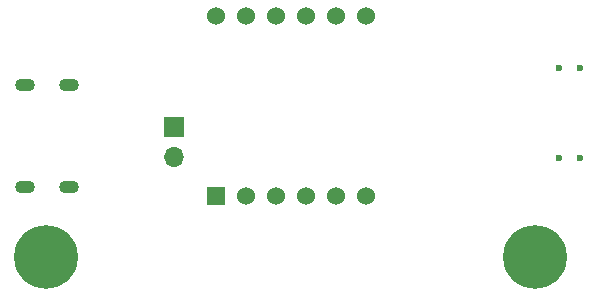
<source format=gts>
G04 #@! TF.GenerationSoftware,KiCad,Pcbnew,(5.1.10)-1*
G04 #@! TF.CreationDate,2021-07-15T16:55:59+03:00*
G04 #@! TF.ProjectId,clock,636c6f63-6b2e-46b6-9963-61645f706362,rev?*
G04 #@! TF.SameCoordinates,Original*
G04 #@! TF.FileFunction,Soldermask,Top*
G04 #@! TF.FilePolarity,Negative*
%FSLAX46Y46*%
G04 Gerber Fmt 4.6, Leading zero omitted, Abs format (unit mm)*
G04 Created by KiCad (PCBNEW (5.1.10)-1) date 2021-07-15 16:55:59*
%MOMM*%
%LPD*%
G01*
G04 APERTURE LIST*
%ADD10O,1.700000X1.700000*%
%ADD11R,1.700000X1.700000*%
%ADD12C,1.524000*%
%ADD13R,1.524000X1.524000*%
%ADD14C,0.600000*%
%ADD15O,1.700000X1.100000*%
%ADD16C,5.400000*%
%ADD17C,0.800000*%
G04 APERTURE END LIST*
D10*
X40894000Y-32893000D03*
D11*
X40894000Y-30353000D03*
D12*
X44450000Y-20955000D03*
X46990000Y-20955000D03*
X49530000Y-20955000D03*
X52070000Y-20955000D03*
X54610000Y-20955000D03*
X57150000Y-20955000D03*
X57150000Y-36195000D03*
X54610000Y-36195000D03*
X52070000Y-36195000D03*
X49530000Y-36195000D03*
X46990000Y-36195000D03*
D13*
X44450000Y-36195000D03*
D14*
X75336400Y-33020000D03*
X73536400Y-33020000D03*
X75336400Y-25400000D03*
X73536400Y-25400000D03*
D15*
X28275200Y-35435000D03*
X32075200Y-35435000D03*
X28275200Y-26795000D03*
X32075200Y-26795000D03*
D16*
X71501000Y-41402000D03*
D17*
X69476000Y-41402000D03*
X70069109Y-42833891D03*
X71501000Y-43427000D03*
X72932891Y-42833891D03*
X73526000Y-41402000D03*
X72932891Y-39970109D03*
X71501000Y-39377000D03*
X70069109Y-39970109D03*
D16*
X30099000Y-41402000D03*
D17*
X32124000Y-41402000D03*
X31530891Y-39970109D03*
X30099000Y-39377000D03*
X28667109Y-39970109D03*
X28074000Y-41402000D03*
X28667109Y-42833891D03*
X30099000Y-43427000D03*
X31530891Y-42833891D03*
M02*

</source>
